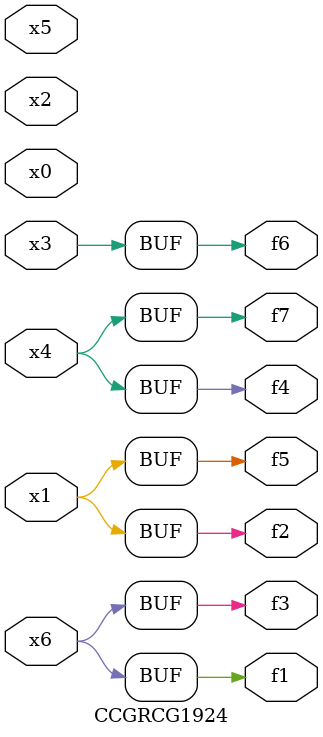
<source format=v>
module CCGRCG1924(
	input x0, x1, x2, x3, x4, x5, x6,
	output f1, f2, f3, f4, f5, f6, f7
);
	assign f1 = x6;
	assign f2 = x1;
	assign f3 = x6;
	assign f4 = x4;
	assign f5 = x1;
	assign f6 = x3;
	assign f7 = x4;
endmodule

</source>
